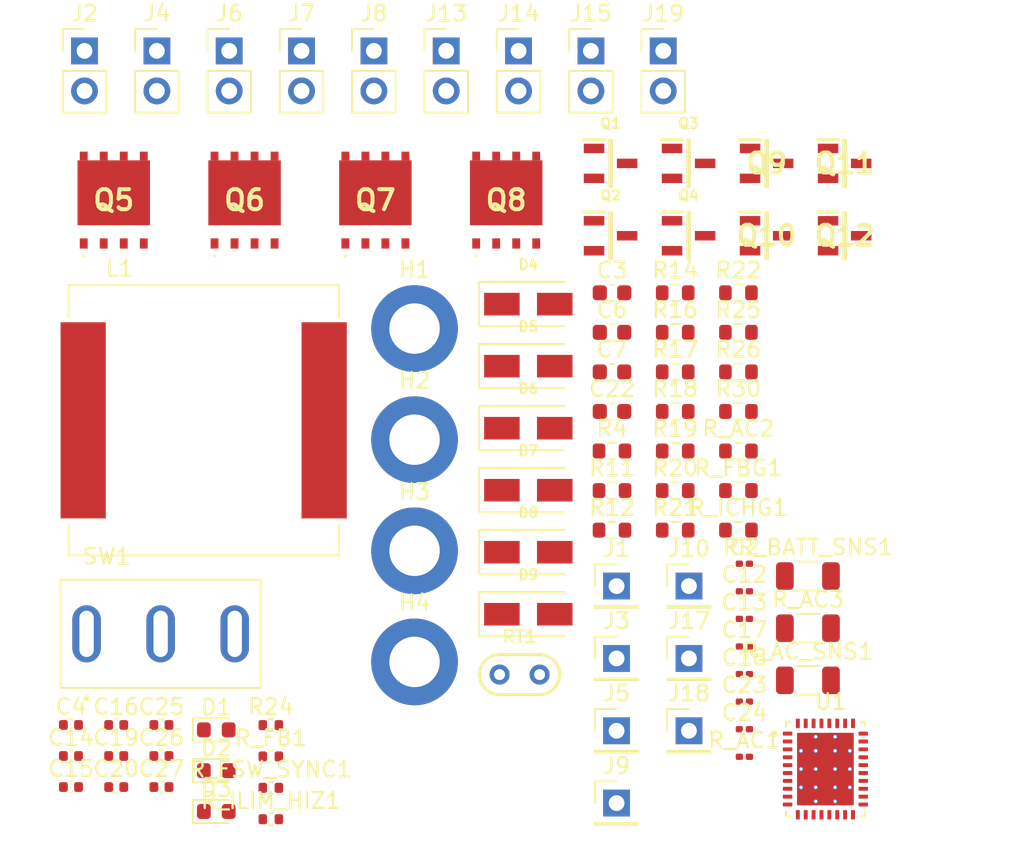
<source format=kicad_pcb>
(kicad_pcb (version 20241229) (generator "pcbnew") (generator_version "9.0")
  (layers (0 "F.Cu" signal) (2 "B.Cu" signal) (13 "F.Paste" user) (15 "B.Paste" user) (5 "F.SilkS" user "F.Silkscreen") (7 "B.SilkS" user "B.Silkscreen") (1 "F.Mask" user) (3 "B.Mask" user) (25 "Edge.Cuts" user))
  (net 0 "")
  (net 1 "GND")
  (net 2 "VAC")
  (net 3 "/DRV_SUP")
  (net 4 "Net-(C6-Pad1)")
  (net 5 "Net-(Q5-D_1)")
  (net 6 "/SRP")
  (net 7 "/SRN")
  (net 8 "Net-(Q11-DRAIN)")
  (net 9 "/BTST_1")
  (net 10 "/SW1")
  (net 11 "/SW2")
  (net 12 "/BTST_2")
  (net 13 "Net-(Q6-D_1)")
  (net 14 "/ACP")
  (net 15 "/ACN")
  (net 16 "Net-(D1-A)")
  (net 17 "/PG")
  (net 18 "Net-(D2-K)")
  (net 19 "Net-(D2-A)")
  (net 20 "/STAT_2")
  (net 21 "Net-(D3-A)")
  (net 22 "Net-(D6-A)")
  (net 23 "Net-(D9-A)")
  (net 24 "Net-(J4-Pin_1)")
  (net 25 "/TS")
  (net 26 "Net-(J6-Pin_2)")
  (net 27 "Net-(J7-Pin_2)")
  (net 28 "Net-(J8-Pin_1)")
  (net 29 "Net-(J19-Pin_1)")
  (net 30 "/CE")
  (net 31 "/INT")
  (net 32 "Net-(J14-Pin_2)")
  (net 33 "/STAT_1")
  (net 34 "/SCL")
  (net 35 "/SDA")
  (net 36 "Net-(Q1-SOURCE)")
  (net 37 "Net-(D6-K)")
  (net 38 "/EN")
  (net 39 "Net-(J5-Pin_2)")
  (net 40 "Net-(Q4-SOURCE)")
  (net 41 "/HIDRV_1")
  (net 42 "/HIDRV_2")
  (net 43 "/LODRV_1")
  (net 44 "/LODRV_2")
  (net 45 "Net-(Q10-SOURCE)")
  (net 46 "PGND")
  (net 47 "/ACUV")
  (net 48 "/ACOV")
  (net 49 "/FB")
  (net 50 "/FBG")
  (net 51 "Net-(U1-FSW_SYNC)")
  (net 52 "Net-(U1-ICHG)")
  (net 53 "Net-(U1-ILIM_HIZ)")
  (net 54 "Net-(D7-K)")
  (footprint "Resistor_SMD:R_0402_1005Metric" (layer "F.Cu") (at 136.41 96.96)
    (property "Reference" "R24" (at 0 -1.17 0) (layer "F.SilkS"))
    (property "Value" "30.1k")
    (pad "1" smd roundrect (at -0.51 0) (size 0.54 0.64) (layers "F.Cu" "F.Mask" "F.Paste") (net 1 "GND"))
    (pad "2" smd roundrect (at 0.51 0) (size 0.54 0.64) (layers "F.Cu" "F.Mask" "F.Paste") (net 25 "/TS"))
  )
  (footprint "bmsfootprints:AON6482" (layer "F.Cu") (at 134.745 63.645)
    (property "Reference" "Q6" (at 0 0.005 0) (layer "F.SilkS") (effects (font (size 1.27 1.27) (thickness 0.254))))
    (property "Value" "AONS66614" (hide yes))
    (pad "1" smd rect (at -1.905 2.755) (size 0.5 0.65) (layers "F.Cu" "F.Mask" "F.Paste") (net 11 "/SW2"))
    (pad "2" smd rect (at -0.635 2.755) (size 0.5 0.65) (layers "F.Cu" "F.Mask" "F.Paste") (net 11 "/SW2"))
    (pad "3" smd rect (at 0.635 2.755) (size 0.5 0.65) (layers "F.Cu" "F.Mask" "F.Paste") (net 11 "/SW2"))
    (pad "4" smd rect (at 1.905 2.755) (size 0.5 0.65) (layers "F.Cu" "F.Mask" "F.Paste") (net 42 "/HIDRV_2"))
    (pad "5" smd rect (at 1.905 -2.795) (size 0.5 0.55) (layers "F.Cu" "F.Mask" "F.Paste") (net 13 "Net-(Q6-D_1)"))
    (pad "6" smd rect (at 0.635 -2.795) (size 0.5 0.55) (layers "F.Cu" "F.Mask" "F.Paste") (net 13 "Net-(Q6-D_1)"))
    (pad "7" smd rect (at -0.635 -2.795) (size 0.5 0.55) (layers "F.Cu" "F.Mask" "F.Paste") (net 13 "Net-(Q6-D_1)"))
    (pad "8" smd rect (at -1.905 -2.795) (size 0.5 0.55) (layers "F.Cu" "F.Mask" "F.Paste") (net 13 "Net-(Q6-D_1)"))
    (pad "9" smd rect (at 0 -0.46 90) (size 4.12 4.6) (layers "F.Cu" "F.Mask" "F.Paste"))
  )
  (footprint "Capacitor_SMD:C_0402_1005Metric" (layer "F.Cu") (at 129.47 100.89)
    (property "Reference" "C27" (at 0 -1.16 0) (layer "F.SilkS"))
    (property "Value" "100n")
    (pad "1" smd roundrect (at -0.48 0) (size 0.56 0.62) (layers "F.Cu" "F.Mask" "F.Paste") (net 1 "GND"))
    (pad "2" smd roundrect (at 0.48 0) (size 0.56 0.62) (layers "F.Cu" "F.Mask" "F.Paste") (net 15 "/ACN"))
  )
  (footprint "Connector_PinHeader_2.54mm:PinHeader_1x02_P2.54mm_Vertical" (layer "F.Cu") (at 156.72 54.18)
    (property "Reference" "J15" (at 0 -2.38 0) (layer "F.SilkS"))
    (property "Value" "Conn-1x2")
    (pad "1" thru_hole rect (at 0 0) (size 1.7 1.7) (drill 1) (layers "*.Cu" "*.Mask") (net 33 "/STAT_1"))
    (pad "2" thru_hole circle (at 0 2.54) (size 1.7 1.7) (drill 1) (layers "*.Cu" "*.Mask") (net 18 "Net-(D2-K)"))
  )
  (footprint "MountingHole:MountingHole_3.2mm_M3_ISO14580_Pad" (layer "F.Cu") (at 145.53 92.95)
    (property "Reference" "H4" (at 0 -3.75 0) (layer "F.SilkS"))
    (property "Value" "MountingHole_Pad")
    (pad "1" thru_hole circle (at 0 0) (size 5.5 5.5) (drill 3.2) (layers "*.Cu" "*.Mask") (net 1 "GND"))
  )
  (footprint "Resistor_SMD:R_0603_1608Metric" (layer "F.Cu") (at 162.07 79.57)
    (property "Reference" "R19" (at 0 -1.43 0) (layer "F.SilkS"))
    (property "Value" "10k")
    (pad "1" smd roundrect (at -0.825 0) (size 0.8 0.95) (layers "F.Cu" "F.Mask" "F.Paste") (net 16 "Net-(D1-A)"))
    (pad "2" smd roundrect (at 0.825 0) (size 0.8 0.95) (layers "F.Cu" "F.Mask" "F.Paste") (net 24 "Net-(J4-Pin_1)"))
  )
  (footprint "Resistor_SMD:R_1206_3216Metric" (layer "F.Cu") (at 170.49 90.81)
    (property "Reference" "R_AC3" (at 0 -1.83 0) (layer "F.SilkS"))
    (property "Value" "53.25")
    (pad "1" smd roundrect (at -1.4625 0) (size 1.125 1.75) (layers "F.Cu" "F.Mask" "F.Paste") (roundrect_rratio 0.222222) (net 48 "/ACOV"))
    (pad "2" smd roundrect (at 1.4625 0) (size 1.125 1.75) (layers "F.Cu" "F.Mask" "F.Paste") (roundrect_rratio 0.222222) (net 1 "GND"))
  )
  (footprint "Connector_PinHeader_2.54mm:PinHeader_1x01_P2.54mm_Vertical" (layer "F.Cu") (at 162.94 92.73)
    (property "Reference" "J17" (at 0 -2.38 0) (layer "F.SilkS"))
    (property "Value" "SCL_MAS_01x01_Pin")
    (pad "1" thru_hole rect (at 0 0) (size 1.7 1.7) (drill 1) (layers "*.Cu" "*.Mask") (net 34 "/SCL"))
  )
  (footprint "bmsfootprints:DO-214AC" (layer "F.Cu") (at 152.7496 89.925)
    (property "Reference" "D9" (at 0 -2.505 0) (layer "F.SilkS") (effects (font (size 0.629921 0.629921))))
    (property "Value" "D")
    (pad "A" smd rect (at 1.6776 0) (size 2.2561 1.4315) (layers "F.Cu" "F.Mask" "F.Paste"))
    (pad "C" smd rect (at -1.6776 0) (size 2.2561 1.4315) (layers "F.Cu" "F.Mask" "F.Paste"))
  )
  (footprint "MountingHole:MountingHole_3.2mm_M3_ISO14580_Pad" (layer "F.Cu") (at 145.53 71.8)
    (property "Reference" "H1" (at 0 -3.75 0) (layer "F.SilkS"))
    (property "Value" "MountingHole_Pad")
    (pad "1" thru_hole circle (at 0 0) (size 5.5 5.5) (drill 3.2) (layers "*.Cu" "*.Mask") (net 1 "GND"))
  )
  (footprint "Capacitor_SMD:C_0201_0603Metric" (layer "F.Cu") (at 166.46 90.22)
    (property "Reference" "C13" (at 0 -1.05 0) (layer "F.SilkS"))
    (property "Value" "56u")
    (pad "1" smd roundrect (at -0.32 0) (size 0.46 0.4) (layers "F.Cu" "F.Mask") (net 2 "VAC"))
    (pad "2" smd roundrect (at 0.32 0) (size 0.46 0.4) (layers "F.Cu" "F.Mask") (net 1 "GND"))
  )
  (footprint "Connector_PinHeader_2.54mm:PinHeader_1x01_P2.54mm_Vertical" (layer "F.Cu") (at 158.35 92.73)
    (property "Reference" "J3" (at 0 -2.38 0) (layer "F.SilkS"))
    (property "Value" "BATT_TEST_01x01_Pin")
    (pad "1" thru_hole rect (at 0 0) (size 1.7 1.7) (drill 1) (layers "*.Cu" "*.Mask") (net 23 "Net-(D9-A)"))
  )
  (footprint "bmsfootprints:DO-214AC" (layer "F.Cu") (at 152.7496 82.055)
    (property "Reference" "D7" (at 0 -2.505 0) (layer "F.SilkS") (effects (font (size 0.629921 0.629921))))
    (property "Value" "D")
    (pad "A" smd rect (at 1.6776 0) (size 2.2561 1.4315) (layers "F.Cu" "F.Mask" "F.Paste"))
    (pad "C" smd rect (at -1.6776 0) (size 2.2561 1.4315) (layers "F.Cu" "F.Mask" "F.Paste"))
  )
  (footprint "Resistor_SMD:R_0402_1005Metric" (layer "F.Cu") (at 136.41 100.94)
    (property "Reference" "R_FSW_SYNC1" (at 0 -1.17 0) (layer "F.SilkS"))
    (property "Value" "40k")
    (pad "1" smd roundrect (at -0.51 0) (size 0.54 0.64) (layers "F.Cu" "F.Mask" "F.Paste") (net 1 "GND"))
    (pad "2" smd roundrect (at 0.51 0) (size 0.54 0.64) (layers "F.Cu" "F.Mask" "F.Paste") (net 51 "Net-(U1-FSW_SYNC)"))
  )
  (footprint "Resistor_SMD:R_0603_1608Metric" (layer "F.Cu") (at 162.07 74.55)
    (property "Reference" "R17" (at 0 -1.43 0) (layer "F.SilkS"))
    (property "Value" "10k")
    (pad "1" smd roundrect (at -0.825 0) (size 0.8 0.95) (layers "F.Cu" "F.Mask" "F.Paste") (net 35 "/SDA"))
    (pad "2" smd roundrect (at 0.825 0) (size 0.8 0.95) (layers "F.Cu" "F.Mask" "F.Paste") (net 24 "Net-(J4-Pin_1)"))
  )
  (footprint "Connector_PinHeader_2.54mm:PinHeader_1x02_P2.54mm_Vertical" (layer "F.Cu") (at 152.13 54.18)
    (property "Reference" "J14" (at 0 -2.38 0) (layer "F.SilkS"))
    (property "Value" "Conn-1x2")
    (pad "1" thru_hole rect (at 0 0) (size 1.7 1.7) (drill 1) (layers "*.Cu" "*.Mask") (net 31 "/INT"))
    (pad "2" thru_hole circle (at 0 2.54) (size 1.7 1.7) (drill 1) (layers "*.Cu" "*.Mask") (net 32 "Net-(J14-Pin_2)"))
  )
  (footprint "Connector_PinHeader_2.54mm:PinHeader_1x02_P2.54mm_Vertical" (layer "F.Cu") (at 133.77 54.18)
    (property "Reference" "J6" (at 0 -2.38 0) (layer "F.SilkS"))
    (property "Value" "Conn-1x2")
    (pad "1" thru_hole rect (at 0 0) (size 1.7 1.7) (drill 1) (layers "*.Cu" "*.Mask") (net 25 "/TS"))
    (pad "2" thru_hole circle (at 0 2.54) (size 1.7 1.7) (drill 1) (layers "*.Cu" "*.Mask") (net 26 "Net-(J6-Pin_2)"))
  )
  (footprint "MountingHole:MountingHole_3.2mm_M3_ISO14580_Pad" (layer "F.Cu") (at 145.53 85.9)
    (property "Reference" "H3" (at 0 -3.75 0) (layer "F.SilkS"))
    (property "Value" "MountingHole_Pad")
    (pad "1" thru_hole circle (at 0 0) (size 5.5 5.5) (drill 3.2) (layers "*.Cu" "*.Mask") (net 1 "GND"))
  )
  (footprint "bmsfootprints:SOT95P237X102-3N" (layer "F.Cu") (at 167.87 65.91)
    (property "Reference" "Q10" (at 0 0 0) (layer "F.SilkS") (effects (font (size 1.27 1.27) (thickness 0.254))))
    (property "Value" "SI2318DS-T1-E3" (hide yes))
    (pad "1" smd rect (at -1.05 -0.95 90) (size 0.6 1.3) (layers "F.Cu" "F.Mask" "F.Paste") (net 38 "/EN"))
    (pad "2" smd rect (at -1.05 0.95 90) (size 0.6 1.3) (layers "F.Cu" "F.Mask" "F.Paste") (net 45 "Net-(Q10-SOURCE)"))
    (pad "3" smd rect (at 1.05 0 90) (size 0.6 1.3) (layers "F.Cu" "F.Mask" "F.Paste") (net 29 "Net-(J19-Pin_1)"))
  )
  (footprint "Resistor_SMD:R_0603_1608Metric" (layer "F.Cu") (at 166.08 82.08)
    (property "Reference" "R_FBG1" (at 0 -1.43 0) (layer "F.SilkS"))
    (property "Value" "16.67k")
    (pad "1" smd roundrect (at -0.825 0) (size 0.8 0.95) (layers "F.Cu" "F.Mask" "F.Paste") (net 49 "/FB"))
    (pad "2" smd roundrect (at 0.825 0) (size 0.8 0.95) (layers "F.Cu" "F.Mask" "F.Paste") (net 50 "/FBG"))
  )
  (footprint "Resistor_SMD:R_1206_3216Metric" (layer "F.Cu") (at 170.49 94.12)
    (property "Reference" "R_AC_SNS1" (at 0 -1.83 0) (layer "F.SilkS"))
    (property "Value" "5m")
    (pad "1" smd roundrect (at -1.4625 0) (size 1.125 1.75) (layers "F.Cu" "F.Mask" "F.Paste") (roundrect_rratio 0.222222) (net 5 "Net-(Q5-D_1)"))
    (pad "2" smd roundrect (at 1.4625 0) (size 1.125 1.75) (layers "F.Cu" "F.Mask" "F.Paste") (roundrect_rratio 0.222222) (net 2 "VAC"))
  )
  (footprint "bmsfootprints:SI2318DS-T1-E3" (layer "F.Cu") (at 157.97 65.91)
    (property "Reference" "Q2" (at 0 -2.54 0) (layer "F.SilkS") (effects (font (size 0.64 0.64))))
    (property "Value" "SI2318DS-T1-E3")
    (pad "1" smd rect (at -1.05 -0.95) (size 1.3 0.6) (layers "F.Cu" "F.Mask" "F.Paste") (net 38 "/EN"))
    (pad "2" smd rect (at -1.05 0.95) (size 1.3 0.6) (layers "F.Cu" "F.Mask" "F.Paste") (net 2 "VAC"))
    (pad "3" smd rect (at 1.05 0) (size 1.3 0.6) (layers "F.Cu" "F.Mask" "F.Paste") (net 36 "Net-(Q1-SOURCE)"))
  )
  (footprint "Resistor_SMD:R_0603_1608Metric" (layer "F.Cu") (at 166.08 84.59)
    (property "Reference" "R_ICHG1" (at 0 -1.43 0) (layer "F.SilkS"))
    (property "Value" "16.67k")
    (pad "1" smd roundrect (at -0.825 0) (size 0.8 0.95) (layers "F.Cu" "F.Mask" "F.Paste") (net 1 "GND"))
    (pad "2" smd roundrect (at 0.825 0) (size 0.8 0.95) (layers "F.Cu" "F.Mask" "F.Paste") (net 52 "Net-(U1-ICHG)"))
  )
  (footprint "Resistor_SMD:R_0603_1608Metric" (layer "F.Cu") (at 166.08 69.53)
    (property "Reference" "R22" (at 0 -1.43 0) (layer "F.SilkS"))
    (property "Value" "10k")
    (pad "1" smd roundrect (at -0.825 0) (size 0.8 0.95) (layers "F.Cu" "F.Mask" "F.Paste") (net 21 "Net-(D3-A)"))
    (pad "2" smd roundrect (at 0.825 0) (size 0.8 0.95) (layers "F.Cu" "F.Mask" "F.Paste") (net 24 "Net-(J4-Pin_1)"))
  )
  (footprint "LED_SMD:LED_0603_1608Metric" (layer "F.Cu") (at 132.95 97.26)
    (property "Reference" "D1" (at 0 -1.43 0) (layer "F.SilkS"))
    (property "Value" "GREEN")
    (pad "1" smd roundrect (at -0.7875 0) (size 0.875 0.95) (layers "F.Cu" "F.Mask" "F.Paste") (net 17 "/PG"))
    (pad "2" smd roundrect (at 0.7875 0) (size 0.875 0.95) (layers "F.Cu" "F.Mask" "F.Paste") (net 16 "Net-(D1-A)"))
  )
  (footprint "Resistor_SMD:R_0201_0603Metric" (layer "F.Cu") (at 166.46 98.97)
    (property "Reference" "R_AC1" (at 0 -1.05 0) (layer "F.SilkS"))
    (property "Value" "1M")
    (pad "1" smd roundrect (at -0.32 0) (size 0.46 0.4) (layers "F.Cu" "F.Mask") (net 2 "VAC"))
    (pad "2" smd roundrect (at 0.32 0) (size 0.46 0.4) (layers "F.Cu" "F.Mask") (net 47 "/ACUV"))
  )
  (footprint "Capacitor_SMD:C_0201_0603Metric" (layer "F.Cu") (at 166.46 93.72)
    (property "Reference" "C18" (at 0 -1.05 0) (layer "F.SilkS"))
    (property "Value" "56u")
    (pad "1" smd roundrect (at -0.32 0) (size 0.46 0.4) (layers "F.Cu" "F.Mask") (net 8 "Net-(Q11-DRAIN)"))
    (pad "2" smd roundrect (at 0.32 0) (size 0.46 0.4) (layers "F.Cu" "F.Mask") (net 1 "GND"))
  )
  (footprint "Resistor_SMD:R_0402_1005Metric" (layer "F.Cu") (at 136.41 102.93)
    (property "Reference" "R_ILIM_HIZ1" (at 0 -1.17 0) (layer "F.SilkS"))
    (property "Value" "25k")
    (pad "1" smd roundrect (at -0.51 0) (size 0.54 0.64) (layers "F.Cu" "F.Mask" "F.Paste") (net 1 "GND"))
    (pad "2" smd roundrect (at 0.51 0) (size 0.54 0.64) (layers "F.Cu" "F.Mask" "F.Paste") (net 53 "Net-(U1-ILIM_HIZ)"))
  )
  (footprint "Connector_PinHeader_2.54mm:PinHeader_1x01_P2.54mm_Vertical" (layer "F.Cu") (at 158.35 101.91)
    (property "Reference" "J9" (at 0 -2.38 0) (layer "F.SilkS"))
    (property "Value" "SYS_TEST_01x01_Pin")
    (pad "1" thru_hole rect (at 0 0) (size 1.7 1.7) (drill 1) (layers "*.Cu" "*.Mask") (net 29 "Net-(J19-Pin_1)"))
  )
  (footprint "Resistor_SMD:R_0603_1608Metric" (layer "F.Cu") (at 166.08 72.04)
    (property "Reference" "R25" (at 0 -1.43 0) (layer "F.SilkS"))
    (property "Value" "5.23k")
    (pad "1" smd roundrect (at -0.825 0) (size 0.8 0.95) (layers "F.Cu" "F.Mask" "F.Paste") (net 25 "/TS"))
    (pad "2" smd roundrect (at 0.825 0) (size 0.8 0.95) (layers "F.Cu" "F.Mask" "F.Paste") (net 27 "Net-(J7-Pin_2)"))
  )
  (footprint "bmsfootprints:SI2318DS-T1-E3" (layer "F.Cu") (at 157.97 61.32)
    (property "Reference" "Q1" (at 0 -2.54 0) (layer "F.SilkS") (effects (font (size 0.64 0.64))))
    (property "Value" "SI2318DS-T1-E3")
    (pad "1" smd rect (at -1.05 -0.95) (size 1.3 0.6) (layers "F.Cu" "F.Mask" "F.Paste") (net 38 "/EN"))
    (pad "2" smd rect (at -1.05 0.95) (size 1.3 0.6) (layers "F.Cu" "F.Mask" "F.Paste") (net 36 "Net-(Q1-SOURCE)"))
    (pad "3" smd rect (at 1.05 0) (size 1.3 0.6) (layers "F.Cu" "F.Mask" "F.Paste") (net 37 "Net-(D6-K)"))
  )
  (footprint "Resistor_SMD:R_0603_1608Metric" (layer "F.Cu") (at 166.08 77.06)
    (property "Reference" "R30" (at 0 -1.43 0) (layer "F.SilkS"))
    (property "Value" "10")
    (pad "1" smd roundrect (at -0.825 0) (size 0.8 0.95) (layers "F.Cu" "F.Mask" "F.Paste") (net 5 "Net-(Q5-D_1)"))
    (pad "2" smd roundrect (at 0.825 0) (size 0.8 0.95) (layers "F.Cu" "F.Mask" "F.Paste") (net 15 "/ACN"))
  )
  (footprint "Capacitor_SMD:C_0402_1005Metric" (layer "F.Cu") (at 123.73 100.89)
    (property "Reference" "C15" (at 0 -1.16 0) (layer "F.SilkS"))
    (property "Value" "470n")
    (pad "1" smd roundrect (at -0.48 0) (size 0.56 0.62) (layers "F.Cu" "F.Mask" "F.Paste") (net 6 "/SRP"))
    (pad "2" smd roundrect (at 0.48 0) (size 0.56 0.62) (layers "F.Cu" "F.Mask" "F.Paste") (net 7 "/SRN"))
  )
  (footprint "Capacitor_SMD:C_0402_1005Metric" (layer "F.Cu") (at 123.73 98.92)
    (property "Reference" "C14" (at 0 -1.16 0) (layer "F.SilkS"))
    (property "Value" "100n")
    (pad "1" smd roundrect (at -0.48 0) (size 0.56 0.62) (layers "F.Cu" "F.Mask" "F.Paste") (net 1 "GND"))
    (pad "2" smd roundrect (at 0.48 0) (size 0.56 0.62) (layers "F.Cu" "F.Mask" "F.Paste") (net 6 "/SRP"))
  )
  (footprint "Connector_PinHeader_2.54mm:PinHeader_1x02_P2.54mm_Vertical" (layer "F.Cu") (at 124.59 54.18)
    (property "Reference" "J2" (at 0 -2.38 0) (layer "F.SilkS"))
    (property "Value" "SP_01x02_Pin")
    (pad "1" thru_hole rect (at 0 0) (size 1.7 1.7) (drill 1) (layers "*.Cu" "*.Mask") (net 22 "Net-(D6-A)"))
    (pad "2" thru_hole circle (at 0 2.54) (size 1.7 1.7) (drill 1) (layers "*.Cu" "*.Mask") (net 1 "GND"))
  )
  (footprint "Connector_PinHeader_2.54mm:PinHeader_1x01_P2.54mm_Vertical" (layer "F.Cu") (at 162.94 97.32)
    (property "Reference" "J18" (at 0 -2.38 0) (layer "F.SilkS"))
    (property "Value" "SDA_MAS_01x01_Pin")
    (pad "1" thru_hole rect (at 0 0) (size 1.7 1.7) (drill 1) (layers "*.Cu" "*.Mask") (net 35 "/SDA"))
  )
  (footprint "bmsfootprints:SI2318DS-T1-E3" (layer "F.Cu") (at 162.92 65.91)
    (property "Reference" "Q4" (at 0 -2.54 0) (layer "F.SilkS") (effects (font (size 0.64 0.64))))
    (property "Value" "SI2318DS-T1-E3")
    (pad "1" smd rect (at -1.05 -0.95) (size 1.3 0.6) (layers "F.Cu" "F.Mask" "F.Paste") (net 38 "/EN"))
    (pad "2" smd rect (at -1.05 0.95) (size 1.3 0.6) (layers "F.Cu" "F.Mask" "F.Paste") (net 40 "Net-(Q4-SOURCE)"))
    (pad "3" smd rect (at 1.05 0) (size 1.3 0.6) (layers "F.Cu" "F.Mask" "F.Paste") (net 39 "Net-(J5-Pin_2)"))
  )
  (footprint "Connector_PinHeader_2.54mm:PinHeader_1x01_P2.54mm_Vertical" (layer "F.Cu") (at 158.35 88.14)
    (property "Reference" "J1" (at 0 -2.38 0) (layer "F.SilkS"))
    (property "Value" "GND_TEST_01x01_Pin")
    (pad "1" thru_hole rect (at 0 0) (size 1.7 1.7) (drill 1) (layers "*.Cu" "*.Mask") (net 1 "GND"))
  )
  (footprint "bmsfootprints:AON6482" (layer "F.Cu") (at 151.345 63.645)
    (property "Reference" "Q8" (at 0 0.005 0) (layer "F.SilkS") (effects (font (size 1.27 1.27) (thickness 0.254))))
    (property "Value" "AONS66614" (hide yes))
    (pad "1" smd rect (at -1.905 2.755) (size 0.5 0.65) (layers "F.Cu" "F.Mask" "F.Paste") (net 1 "GND"))
    (pad "2" smd rect (at -0.635 2.755) (size 0.5 0.65) (layers "F.Cu" "F.Mask" "F.Paste") (net 1 "GND"))
    (pad "3" smd rect (at 0.635 2.755) (size 0.5 0.65) (layers "F.Cu" "F.Mask" "F.Paste") (net 1 "GND"))
    (pad "4" smd rect (at 1.905 2.755) (size 0.5 0.65) (layers "F.Cu" "F.Mask" "F.Paste") (net 44 "/LODRV_2"))
    (pad "5" smd rect (at 1.905 -2.795) (size 0.5 0.55) (layers "F.Cu" "F.Mask" "F.Paste") (net 11 "/SW2"))
    (pad "6" smd rect (at 0.635 -2.795) (size 0.5 0.55) (layers "F.Cu" "F.Mask" "F.Paste") (net 11 "/SW2"))
    (pad "7" smd rect (at -0.635 -2.795) (size 0.5 0.55) (layers "F.Cu" "F.Mask" "F.Paste") (net 11 "/SW2"))
    (pad "8" smd rect (at -1.905 -2.795) (size 0.5 0.55) (layers "F.Cu" "F.Mask" "F.Paste") (net 11 "/SW2"))
    (pad "9" smd rect (at 0 -0.46 90) (size 4.12 4.6) (layers "F.Cu" "F.Mask" "F.Paste"))
  )
  (footprint "Capacitor_SMD:C_0201_0603Metric" (layer "F.Cu") (at 166.46 88.47)
    (property "Reference" "C12" (at 0 -1.05 0) (layer "F.SilkS"))
    (property "Value" "56u")
    (pad "1" smd roundrect (at -0.32 0) (size 0.46 0.4) (layers "F.Cu" "F.Mask") (net 5 "Net-(Q5-D_1)"))
    (pad "2" smd roundrect (at 0.32 0) (size 0.46 0.4) (layers "F.Cu" "F.Mask") (net 1 "GND"))
  )
  (footprint "bmsfootprints:AON6482" (layer "F.Cu") (at 143.045 63.645)
    (property "Reference" "Q7" (at 0 0.005 0) (layer "F.SilkS") (effects (font (size 1.27 1.27) (thickness 0.254))))
    (property "Value" "AONS66614" (hide yes))
    (pad "1" smd rect (at -1.905 2.755) (size 0.5 0.65) (layers "F.Cu" "F.Mask" "F.Paste") (net 43 "/LODRV_1"))
    (pad "2" smd rect (at -0.635 2.755) (size 0.5 0.65) (layers "F.Cu" "F.Mask" "F.Paste") (net 1 "GND"))
    (pad "3" smd rect (at 0.635 2.755) (size 0.5 0.65) (layers "F.Cu" "F.Mask" "F.Paste") (net 1 "GND"))
    (pad "4" smd rect (at 1.905 2.755) (size 0.5 0.65) (layers "F.Cu" "F.Mask" "F.Paste") (net 1 "GND"))
    (pad "5" smd rect (at 1.905 -2.795) (size 0.5 0.55) (layers "F.Cu" "F.Mask" "F.Paste") (net 10 "/SW1"))
    (pad "6" smd rect (at 0.635 -2.795) (size 0.5 0.55) (layers "F.Cu" "F.Mask" "F.Paste") (net 10 "/SW1"))
    (pad "7" smd rect (at -0.635 -2.795) (size 0.5 0.55) (layers "F.Cu" "F.Mask" "F.Paste") (net 10 "/SW1"))
    (pad "8" smd rect (at -1.905 -2.795) (size 0.5 0.55) (layers "F.Cu" "F.Mask" "F.Paste") (net 10 "/SW1"))
    (pad "9" smd rect (at 0 -0.46 90) (size 4.12 4.6) (layers "F.Cu" "F.Mask" "F.Paste"))
  )
  (footprint "Resistor_SMD:R_0603_1608Metric" (layer "F.Cu") (at 162.07 84.59)
    (property "Reference" "R21" (at 0 -1.43 0) (layer "F.SilkS"))
    (property "Value" "10k")
    (pad "1" smd roundrect (at -0.825 0) (size 0.8 0.95) (layers "F.Cu" "F.Mask" "F.Paste") (net 19 "Net-(D2-A)"))
    (pad "2" smd roundrect (at 0.825 0) (size 0.8 0.95) (layers "F.Cu" "F.Mask" "F.Paste") (net 24 "Net-(J4-Pin_1)"))
  )
  (footprint "MountingHole:MountingHole_3.2mm_M3_ISO14580_Pad" (layer "F.Cu") (at 145.53 78.85)
    (property "Reference" "H2" (at 0 -3.75 0) (layer "F.SilkS"))
    (property "Value" "MountingHole_Pad")
    (pad "1" thru_hole circle (at 0 0) (size 5.5 5.5) (drill 3.2) (layers "*.Cu" "*.Mask") (net 1 "GND"))
  )
  (footprint "Capacitor_SMD:C_0603_1608Metric" (layer "F.Cu") (at 158.06 69.53)
    (property "Reference" "C3" (at 0 -1.43 0) (layer "F.SilkS"))
    (property "Value" "4.7u")
    (pad "1" smd roundrect (at -0.775 0) (size 0.9 0.95) (layers "F.Cu" "F.Mask" "F.Paste") (net 3 "/DRV_SUP"))
    (pad "2" smd roundrect (at 0.775 0) (size 0.9 0.95) (layers "F.Cu" "F.Mask" "F.Paste") (net 1 "GND"))
  )
  (footprint "Connector_PinHeader_2.54mm:PinHeader_1x02_P2.54mm_Vertical" (layer "F.Cu") (at 161.31 54.18)
    (property "Reference" "J19" (at 0 -2.38 0) (layer "F.SilkS"))
    (property "Value" "SYS-1x2")
    (pad "1" thru_hole rect (at 0 0) (size 1.7 1.7) (drill 1) (layers "*.Cu" "*.Mask") (net 29 "Net-(J19-Pin_1)"))
    (pad "2" thru_hole circle (at 0 2.54) (size 1.7 1.7) (drill 1) (layers "*.Cu" "*.Mask") (net 1 "GND"))
  )
  (footprint "Connector_PinHeader_2.54mm:PinHeader_1x02_P2.54mm_Vertical" (layer "F.Cu") (at 129.18 54.18)
    (property "Reference" "J4" (at 0 -2.38 0) (layer "F.SilkS"))
    (property "Value" "3.3V_PULLUP_01x02_Pin")
    (pad "1" thru_hole rect (at 0 0) (size 1.7 1.7) (drill 1) (layers "*.Cu" "*.Mask") (net 24 "Net-(J4-Pin_1)"))
    (pad "2" thru_hole circle (at 0 2.54) (size 1.7 1.7) (drill 1) (layers "*.Cu" "*.Mask") (net 1 "GND"))
  )
  (footprint "Capacitor_SMD:C_0603_1608Metric" (layer "F.Cu") (at 158.06 74.55)
    (property "Reference" "C7" (at 0 -1.43 0) (layer "F.SilkS"))
    (property "Value" "4.7u")
    (pad "1" smd roundrect (at -0.775 0) (size 0.9 0.95) (layers "F.Cu" "F.Mask" "F.Paste") (net 2 "VAC"))
    (pad "2" smd roundrect (at 0.775 0) (size 0.9 0.95) (layers "F.Cu" "F.Mask" "F.Paste") (net 1 "GND"))
  )
  (footprint "Capacitor_SMD:C_0603_1608Metric" (layer "F.Cu") (at 158.06 72.04)
    (property "Reference" "C6" (at 0 -1.43 0) (layer "F.SilkS"))
    (property "Value" "47u")
    (pad "1" smd roundrect (at -0.775 0) (size 0.9 0.95) (layers "F.Cu" "F.Mask" "F.Paste") (net 4 "Net-(C6-Pad1)"))
    (pad "2" smd roundrect (at 0.775 0) (size 0.9 0.95) (layers "F.Cu" "F.Mask" "F.Paste") (net 1 "GND"))
  )
  (footprint "bmsfootprints:SI2318DS-T1-E3" (layer "F.Cu") (at 162.92 61.32)
    (property "Reference" "Q3" (at 0 -2.54 0) (layer "F.SilkS") (effects (font (size 0.64 0.64))))
    (property "Value" "SI2318DS-T1-E3")
    (pad "1" smd rect (at -1.05 -0.95) (size 1.3 0.6) (layers "F.Cu" "F.Mask" "F.Paste") (net 38 "/EN"))
    (pad "2" smd rect (at -1.05 0.95) (size 1.3 0.6) (layers "F.Cu" "F.Mask" "F.Paste") (net 8 "Net-(Q11-DRAIN)"))
    (pad "3" smd rect (at 1.05 0) (size 1.3 0.6) (layers "F.Cu" "F.Mask" "F.Paste") (net 23 "Net-(D9-A)"))
  )
  (footprint "Connector_PinHeader_2.54mm:PinHeader_1x01_P2.54mm_Vertical" (layer "F.Cu") (at 162.94 88.14)
    (property "Reference" "J10" (at 0 -2.38 0) (layer "F.SilkS"))
    (property "Value" "SOL_TEST_01x01_Pin")
    (pad "1" thru_hole rect (at 0 0) (size 1.7 1.7) (drill 1) (layers "*.Cu" "*.Mask") (net 22 "Net-(D6-A)"))
  )
  (footprint "Connector_PinHeader_2.54mm:PinHeader_1x02_P2.54mm_Vertical" (layer "F.Cu") (at 138.36 54.18)
    (property "Reference" "J7" (at 0 -2.38 0) (layer "F.SilkS"))
    (property "Value" "Conn-1x2")
    (pad "1" thru_hole rect (at 0 0) (size 1.7 1.7) (drill 1) (layers "*.Cu" "*.Mask") (net 3 "/DRV_SUP"))
    (pad "2" thru_hole circle (at 0 2.54) (size 1.7 1.7) (drill 1) (layers "*.Cu" "*.Mask") (net 27 "Net-(J7-Pin_2)"))
  )
  (footprint "Capacitor_SMD:C_0201_0603Metric" (layer "F.Cu") (at 166.46 91.97)
    (property "Reference" "C17" (at 0 -1.05 0) (layer "F.SilkS"))
    (property "Value" "56u")
    (pad "1" smd roundrect (at -0.32 0) (size 0.46 0.4) (layers "F.Cu" "F.Mask") (net 8 "Net-(Q11-DRAIN)"))
    (pad "2" smd roundrect (at 0.32 0) (size 0.46 0.4) (layers "F.Cu" "F.Mask") (net 1 "GND"))
  )
  (footprint "Resistor_SMD:R_0603_1608Metric" (layer "F.Cu") (at 162.07 82.08)
    (property "Reference" "R20" (at 0 -1.43 0) (layer "F.SilkS"))
    (property "Value" "10k")
    (pad "1" smd roundrect (at -0.825 0) (size 0.8 0.95) (layers "F.Cu" "F.Mask" "F.Paste") (net 32 "Net-(J14-Pin_2)"))
    (pad "2" smd roundrect (at 0.825 0) (size 0.8 0.95) (layers "F.Cu" "F.Mask" "F.Paste") (net 24 "Net-(J4-Pin_1)"))
  )
  (footprint "Capacitor_SMD:C_0201_0603Metric" (layer "F.Cu") (at 166.46 95.47)
    (property "Reference" "C23" (at 0 -1.05 0) (layer "F.SilkS"))
    (property "Value" "1u")
    (pad "1" smd roundrect (at -0.32 0) (size 0.46 0.4) (layers "F.Cu" "F.Mask") (net 2 "VAC"))
    (pad "2" smd roundrect (at 0.32 0) (size 0.46 0.4) (layers "F.Cu" "F.Mask") (net 1 "GND"))
  )
  (footprint "bmsfootprints:IC_BQ25756ERRVR" (layer "F.Cu") (at 171.6 99.75)
    (property "Reference" "U1" (at 0.34 -4.27 0) (layer "F.SilkS"))
    (property "Value" "BQ25756ERRVR")
    (pad "1" smd roundrect (at -2.4 -2.25) (size 0.6 0.25) (layers "F.Cu" "F.Paste") (roundrect_rratio 0.2) (net 34 "/SCL"))
    (pad "2" smd roundrect (at -2.4 -1.75) (size 0.6 0.25) (layers "F.Cu" "F.Paste") (roundrect_rratio 0.2) (net 35 "/SDA"))
    (pad "3" smd roundrect (at -2.4 -1.25) (size 0.6 0.25) (layers "F.Cu" "F.Paste") (roundrect_rratio 0.2) (net 31 "/INT"))
    (pad "4" smd roundrect (at -2.4 -0.75) (size 0.6 0.25) (layers "F.Cu" "F.Paste") (roundrect_rratio 0.2) (net 33 "/STAT_1"))
    (pad "5" smd roundrect (at -2.4 -0.25) (size 0.6 0.25) (layers "F.Cu" "F.Paste") (roundrect_rratio 0.2) (net 20 "/STAT_2"))
    (pad "6" smd roundrect (at -2.4 0.25) (size 0.6 0.25) (layers "F.Cu" "F.Paste") (roundrect_rratio 0.2) (net 17 "/PG"))
    (pad "7" smd roundrect (at -2.4 0.75) (size 0.6 0.25) (layers "F.Cu" "F.Paste") (roundrect_rratio 0.2) (net 30 "/CE"))
    (pad "8" smd roundrect (at -2.4 1.25) (size 0.6 0.25) (layers "F.Cu" "F.Paste") (roundrect_rratio 0.2) (net 25 "/TS"))
    (pad "9" smd roundrect (at -2.4 1.75) (size 0.6 0.25) (layers "F.Cu" "F.Paste") (roundrect_rratio 0.2) (net 52 "Net-(U1-ICHG)"))
    (pad "10" smd roundrect (at -2.4 2.25) (size 0.6 0.25) (layers "F.Cu" "F.Paste") (roundrect_rratio 0.2) (net 53 "Net-(U1-ILIM_HIZ)"))
    (pad "11" smd roundrect (at -1.75 2.9) (size 0.25 0.6) (layers "F.Cu" "F.Paste") (roundrect_rratio 0.2) (net 50 "/FBG"))
    (pad "12" smd roundrect (at -1.25 2.9) (size 0.25 0.6) (layers "F.Cu" "F.Paste") (roundrect_rratio 0.2) (net 49 "/FB"))
    (pad "13" smd roundrect (at -0.75 2.9) (size 0.25 0.6) (layers "F.Cu" "F.Paste") (roundrect_rratio 0.2) (net 7 "/SRN"))
    (pad "14" smd roundrect (at -0.25 2.9) (size 0.25 0.6) (layers "F.Cu" "F.Paste") (roundrect_rratio 0.2) (net 6 "/SRP"))
    (pad "15" smd roundrect (at 0.25 2.9) (size 0.25 0.6) (layers "F.Cu" "F.Paste") (roundrect_rratio 0.2))
    (pad "16" smd roundrect (at 0.75 2.9) (size 0.25 0.6) (layers "F.Cu" "F.Paste") (roundrect_rratio 0.2))
    (pad "17" smd roundrect (at 1.25 2.9) (size 0.25 0.6) (layers "F.Cu" "F.Paste") (roundrect_rratio 0.2) (net 46 "PGND"))
    (pad "18" smd roundrect (at 1.75 2.9) (size 0.25 0.6) (layers "F.Cu" "F.Paste") (roundrect_rratio 0.2) (net 11 "/SW2"))
    (pad "19" smd roundrect (at 2.4 2.25) (size 0.6 0.25) (layers "F.Cu" "F.Paste") (roundrect_rratio 0.2) (net 42 "/HIDRV_2"))
    (pad "20" smd roundrect (at 2.4 1.75) (size 0.6 0.25) (layers "F.Cu" "F.Paste") (roundrect_rratio 0.2) (net 12 "/BTST_2"))
    (pad "21" smd roundrect (at 2.4 1.25) (size 0.6 0.25) (layers "F.Cu" "F.Paste") (roundrect_rratio 0.2) (net 44 "/LODRV_2"))
    (pad "22" smd roundrect (at 2.4 0.75) (size 0.6 0.25) (layers "F.Cu" "F.Paste") (roundrect_rratio 0.2) (net 46 "PGND"))
    (pad "23" smd roundrect (at 2.4 0.25) (size 0.6 0.25) (layers "F.Cu" "F.Paste") (roundrect_rratio 0.2) (net 3 "/DRV_SUP"))
    (pad "24" smd roundrect (at 2.4 -0.25) (size 0.6 0.25) (layers "F.Cu" "F.Paste") (roundrect_rratio 0.2) (net 3 "/DRV_SUP"))
    (pad "25" smd roundrect (at 2.4 -0.75) (size 0.6 0.25) (layers "F.Cu" "F.Paste") (roundrect_rratio 0.2) (net 43 "/LODRV_1"))
    (pad "26" smd roundrect (at 2.4 -1.25) (size 0.6 0.25) (layers "F.Cu" "F.Paste") (roundrect_rratio 0.2) (net 9 "/BTST_1"))
    (pad "27" smd roundrect (at 2.4 -1.75) (size 0.6 0.25) (layers "F.Cu" "F.Paste") (roundrect_rratio 0.2) (net 41 "/HIDRV_1"))
    (pad "28" smd roundrect (at 2.4 -2.25) (size 0.6 0.25) (layers "F.Cu" "F.Paste") (roundrect_rratio 0.2) (net 10 "/SW1"))
    (pad "29" smd roundrect (at 1.75 -2.9) (size 0.25 0.6) (layers "F.Cu" "F.Paste") (roundrect_rratio 0.2) (net 15 "/ACN"))
    (pad "30" smd roundrect (at 1.25 -2.9) (size 0.25 0.6) (layers "F.Cu" "F.Paste") (roundrect_rratio 0.2) (net 14 "/ACP"))
    (pad "31" smd roundrect (at 0.75 -2.9) (size 0.25 0.6) (layers "F.Cu" "F.Paste") (roundrect_rratio 0.2))
    (pad "32" smd roundrect (at 0.25 -2.9) (size 0.25 0.6) (layers "F.Cu" "F.Paste") (roundrect_rratio 0.2) (net 2 "VAC"))
    (pad "33" smd roundrect (at -0.25 -2.9) (size 0.25 0.6) (layers "F.Cu" "F.Paste") (roundrect_rratio 0.2) (net 2 "VAC"))
    (pad "34" smd roundrect (at -0.75 -2.9) (size 0.25 0.6) (layers "F.Cu" "F.Paste") (roundrect_rratio 0.2) (net 47 "/ACUV"))
    (pad "35" smd roundrect (at -1.25 -2.9) (size 0.25 0.6) (layers "F.Cu" "F.Paste") (roundrect_rratio 0.2) (net 48 "/ACOV"))
    (pad "36" smd roundrect (at -1.75 -2.9) (size 0.25 0.6) (layers "F.Cu" "F.Paste") (roundrect_rratio 0.2) (net 51 "Net-(U1-FSW_SYNC)"))
    (pad "37" smd roundrect (at 0 0) (size 3.6 4.6) (layers "F.Cu") (roundrect_rratio 0.015) (net 46 "PGND"))
    (pad "38" thru_hole circle (at -0.615 -2.05) (size 0.3 0.3) (drill 0.2) (layers "*.Cu" "*.Mask"))
    (pad "39" thru_hole circle (at 0.615 -2.05) (size 0.3 0.3) (drill 0.2) (layers "*.Cu" "*.Mask"))
    (pad "40" thru_hole circle (at -1.55 -1.16) (size 0.3 0.3) (drill 0.2) (layers "*.Cu" "*.Mask"))
    (pad "41" thru_hole circle (at -0.615 -1.16) (size 0.3 0.3) (drill 0.2) (layers "*.Cu" "*.Mask"))
    (pad "42" thru_hole circle (at 0.615 -1.16) (size 0.3 0.3) (drill 0.2) (layers "*.Cu" "*.Mask"))
    (pad "43" thru_hole circle (at 1.55 -1.16) (size 0.3 0.3) (drill 0.2) (layers "*.Cu" "*.Mask"))
    (pad "44" thru_hole circle (at -1.55 0) (size 0.3 0.3) (drill 0.2) (layers "*.Cu" "*.Mask"))
    (pad "45" thru_hole circle (at -0.615 0) (size 0.3 0.3) (drill 0.2) (layers "*.Cu" "*.Mask"))
    (pad "46" thru_hole circle (at 0.615 0) (size 0.3 0.3) (drill 0.2) (layers "*.Cu" "*.Mask"))
    (pad "47" thru_hole circle (at 1.55 0) (size 0.3 0.3) (drill 0.2) (layers "*.Cu" "*.Mask"))
    (pad "48" thru_hole circle (at -1.55 1.16) (size 0.3 0.3) (drill 0.2) (layers "*.Cu" "*.Mask"))
    (pad "49" thru_hole circle (at -0.615 1.16) (size 0.3 0.3) (drill 0.2) (layers "*.Cu" "*.Mask"))
    (pad "50" thru_hole circle (at 0.615 1.16) (size 0.3 0.3) (drill 0.2) (layers "*.Cu" "*.Mask"))
    (pad "51" thru_hole circle (at 1.55 1.16) (size 0.3 0.3) (drill 0.2) (layers "*.Cu" "*.Mask"))
    (pad "52" thru_hole circle (at -0.615 2.05) (size 0.3 0.3) (drill 0.2) (layers "*.Cu" "*.Mask"))
    (pad "53" thru_hole circle (at 0.615 2.05) (size 0.3 0.3) (drill 0.2) (layers "*.Cu" "*.Mask"))
  )
  (footprint "bmsfootprints:DO-214AC" (layer "F.Cu") (at 152.7496 78.12)
    (property "Reference" "D6" (at 0 -2.505 0) (layer "F.SilkS") (effects (font (size 0.629921 0.629921))))
    (property "Value" "D")
    (pad "A" smd rect (at 1.6776 0) (size 2.2561 1.4315) (layers "F.Cu" "F.Mask" "F.Paste"))
    (pad "C" smd rect (at -1.6776 0) (size 2.2561 1.4315) (layers "F.Cu" "F.Mask" "F.Paste"))
  )
  (footprint "Resistor_SMD:R_0603_1608Metric" (layer "F.Cu") (at 162.07 77.06)
    (property "Reference" "R18" (at 0 -1.43 0) (layer "F.SilkS"))
    (property "Value" "10k")
    (pad "1" smd roundrect (at -0.825 0) (size 0.8 0.95) (layers "F.Cu" "F.Mask" "F.Paste") (net 30 "/CE"))
    (pad "2" smd roundrect (at 0.825 0) (size 0.8 0.95) (layers "F.Cu" "F.Mask" "F.Paste") (net 24 "Net-(J4-Pin_1)"))
  )
  (footprint "Capacitor_SMD:C_0402_1005Metric" (layer "F.Cu") (at 126.6 100.89)
    (property "Reference" "C20" (at 0 -1.16 0) (layer "F.SilkS"))
    (property "Value" "100n")
    (pad "1" smd roundrect (at -0.48 0) (size 0.56 0.62) (layers "F.Cu" "F.Mask" "F.Paste") (net 11 "/SW2"))
    (pad "2" smd roundrect (at 0.48 0) (size 0.56 0.62) (layers "F.Cu" "F.Mask" "F.Paste") (net 12 "/BTST_2"))
  )
  (footprint "Capacitor_SMD:C_0402_1005Metric" (layer "F.Cu") (at 123.73 96.95)
    (property "Reference" "C4" (at 0 -1.16 0) (layer "F.SilkS"))
    (property "Value" "100n")
    (pad "1" smd roundrect (at -0.48 0) (size 0.56 0.62) (layers "F.Cu" "F.Mask" "F.Paste") (net 2 "VAC"))
    (pad "2" smd roundrect (at 0.48 0) (size 0.56 0.62) (layers "F.Cu" "F.Mask" "F.Paste") (net 1 "GND"))
  )
  (footprint "Resistor_SMD:R_0603_1608Metric" (layer "F.Cu") (at 158.06 79.57)
    (property "Reference" "R4" (at 0 -1.43 0) (layer "F.SilkS"))
    (property "Value" "10")
    (pad "1" smd roundrect (at -0.825 0) (size 0.8 0.95) (layers "F.Cu" "F.Mask" "F.Paste") (net 2 "VAC"))
    (pad "2" smd roundrect (at 0.825 0) (size 0.8 0.95) (layers "F.Cu" "F.Mask" "F.Paste") (net 4 "Net-(C6-Pad1)"))
  )
  (footprint "Connector_PinHeader_2.54mm:PinHeader_1x01_P2.54mm_Vertical" (layer "F.Cu") (at 158.35 97.32)
    (property "Reference" "J5" (at 0 -2.38 0) (layer "F.SilkS"))
    (property "Value" "BATT_01x02_Pin")
    (pad "1" thru_hole rect (at 0 0) (size 1.7 1.7) (drill 1) (layers "*.Cu" "*.Mask") (net 23 "Net-(D9-A)"))
  )
  (footprint "Resistor_SMD:R_0603_1608Metric" (layer "F.Cu") (at 166.08 79.57)
    (property "Reference" "R_AC2" (at 0 -1.43 0) (layer "F.SilkS"))
    (property "Value" "11.83k")
    (pad "1" smd roundrect (at -0.825 0) (size 0.8 0.95) (layers "F.Cu" "F.Mask" "F.Paste") (net 47 "/ACUV"))
    (pad "2" smd roundrect (at 0.825 0) (size 0.8 0.95) (layers "F.Cu" "F.Mask" "F.Paste") (net 48 "/ACOV"))
  )
  (footprint "bmsfootprints:DO-214AC" (layer "F.Cu") (at 152.7496 70.25)
    (property "Reference" "D4" (at 0 -2.505 0) (layer "F.SilkS") (effects (font (size 0.629921 0.629921))))
    (property "Value" "D")
    (pad "A" smd rect (at 1.6776 0) (size 2.2561 1.4315) (layers "F.Cu" "F.Mask" "F.Paste"))
    (pad "C" smd rect (at -1.6776 0) (size 2.2561 1.4315) (layers "F.Cu" "F.Mask" "F.Paste"))
  )
  (footprint "bmsfootprints:IND_IHLP6767GZER100M01" (layer "F.Cu") (at 132.1505 77.6225)
    (property "Reference" "L1" (at -5.325 -9.635 0) (layer "F.SilkS"))
    (property "Value" "IHLP6767GZER100M01")
    (pad "1" smd rect (at -7.6454 0) (size 2.8702 12.446) (layers "F.Cu" "F.Mask" "F.Paste") (net 10 "/SW1"))
    (pad "2" smd rect (at 7.6454 0) (size 2.8702 12.446) (layers "F.Cu" "F.Mask" "F.Paste") (net 11 "/SW2"))
  )
  (footprint "Capacitor_SMD:C_0402_1005Metric" (layer "F.Cu") (at 129.47 96.95)
    (property "Reference" "C25" (at 0 -1.16 0) (layer "F.SilkS"))
    (property "Value" "100n")
    (pad "1" smd roundrect (at -0.48 0) (size 0.56 0.62) (layers "F.Cu" "F.Mask" "F.Paste") (net 1 "GND"))
    (pad "2" smd roundrect (at 0.48 0) (size 0.56 0.62) (layers "F.Cu" "F.Mask" "F.Paste") (net 14 "/ACP"))
  )
  (footprint "Capacitor_SMD:C_0402_1005Metric" (layer "F.Cu") (at 126.6 96.95)
    (property "Reference" "C16" (at 0 -1.16 0) (layer "F.SilkS"))
    (property "Value" "100n")
    (pad "1" smd roundrect (at -0.48 0) (size 0.56 0.62) (layers "F.Cu" "F.Mask" "F.Paste") (net 1 "GND"))
    (pad "2" smd roundrect (at 0.48 0) (size 0.56 0.62) (layers "F.Cu" "F.Mask" "F.Paste") (net 7 "/SRN"))
  )
  (footprint "Capacitor_SMD:C_0402_1005Metric" (layer "F.Cu") (at 126.6 98.92)
    (property "Reference" "C19" (at 0 -1.16 0) (layer "F.SilkS"))
    (property "Value" "100n")
    (pad "1" smd roundrect (at -0.48 0) (size 0.56 0.62) (layers "F.Cu" "F.Mask" "F.Paste") (net 10 "/SW1"))
    (pad "2" smd roundrect (at 0.48 0) (size 0.56 0.62) (layers "F.Cu" "F.Mask" "F.Paste") (net 9 "/BTST_1"))
  )
  (footprint "Resistor_SMD:R_0603_1608Metric" (layer "F.Cu") (at 166.08 74.55)
    (property "Reference" "R26" (at 0 -1.43 0) (layer "F.SilkS"))
    (property "Value" "10k")
    (pad "1" smd roundrect (at -0.825 0) (size 0.8 0.95) (layers "F.Cu" "F.Mask" "F.Paste") (net 1 "GND"))
    (pad "2" smd roundrect (at 0.825 0) (size 0.8 0.95) (layers "F.Cu" "F.Mask" "F.Paste") (net 26 "Net-(J6-Pin_2)"))
  )
  (footprint "Resistor_SMD:R_0603_1608Metric" (layer "F.Cu") (at 162.07 69.53)
    (property "Reference" "R14" (at 0 -1.43 0) (layer "F.SilkS"))
    (property "Value" "10")
    (pad "1" smd roundrect (at -0.825 0) (size 0.8 0.95) (layers "F.Cu" "F.Mask" "F.Paste") (net 8 "Net-(Q11-DRAIN)"))
    (pad "2" smd roundrect (at 0.825 0) (size 0.8 0.95) (layers "F.Cu" "F.Mask" "F.Paste") (net 7 "/SRN"))
  )
  (footprint "LED_SMD:LED_0603_1608Metric" (layer "F.Cu") (at 132.95 99.85)
    (property "Reference" "D2" (at 0 -1.43 0) (layer "F.SilkS"))
    (property "Value" "GREEN")
    (pad "1" smd roundrect (at -0.7875 0) (size 0.875 0.95) (layers "F.Cu" "F.Mask" "F.Paste") (net 18 "Net-(D2-K)"))
    (pad "2" smd roundrect (at 0.7875 0) (size 0.875 0.95) (layers "F.Cu" "F.Mask" "F.Paste") (net 19 "Net-(D2-A)"))
  )
  (footprint "Capacitor_SMD:C_0603_1608Metric" (layer "F.Cu") (at 158.06 77.06)
    (property "Reference" "C22" (at 0 -1.43 0) (layer "F.SilkS"))
    (property "Value" "4.7u")
    (pad "1" smd roundrect (at -0.775 0) (size 0.9 0.95) (layers "F.Cu" "F.Mask" "F.Paste") (net 3 "/DRV_SUP"))
    (pad "2" smd roundrect (at 0.775 0) (size 0.9 0.95) (layers "F.Cu" "F.Mask" "F.Paste") (net 1 "GND"))
  )
  (footprint "bmsfootprints:AON6482" (layer "F.Cu") (at 126.445 63.645)
    (property "Reference" "Q5" (at 0 0.005 0) (layer "F.SilkS") (effects (font (size 1.27 1.27) (thickness 0.254))))
    (property "Value" "AONS66614" (hide yes))
    (pad "1" smd rect (at -1.905 2.755) (size 0.5 0.65) (layers "F.Cu" "F.Mask" "F.Paste") (net 10 "/SW1"))
    (pad "2" smd rect (at -0.635 2.755) (size 0.5 0.65) (layers "F.Cu" "F.Mask" "F.Paste") (net 10 "/SW1"))
    (pad "3" smd rect (at 0.635 2.755) (size 0.5 0.65) (layers "F.Cu" "F.Mask" "F.Paste") (net 10 "/SW1"))
    (pad "4" smd rect (at 1.905 2.755) (size 0.5 0.65) (layers "F.Cu" "F.Mask" "F.Paste") (net 41 "/HIDRV_1"))
    (pad "5" smd rect (at 1.905 -2.795) (size 0.5 0.55) (layers "F.Cu" "F.Mask" "F.Paste") (net 5 "Net-(Q5-D_1)"))
    (pad "6" smd rect (at 0.635 -2.795) (size 0.5 0.55) (layers "F.Cu" "F.Mask" "F.Paste") (net 5 "Net-(Q5-D_1)"))
    (pad "7" smd rect (at -0.635 -2.795) (size 0.5 0.55) (layers "F.Cu" "F.Mask" "F.Paste") (net 5 "Net-(Q5-D_1)"))
    (pad "8" smd rect (at -1.905 -2.795) (size 0.5 0.55) (layers "F.Cu" "F.Mask" "F.Paste") (net 5 "Net-(Q5-D_1)"))
    (pad "9" smd rect (at 0 -0.46 90) (size 4.12 4.6) (layers "F.Cu" "F.Mask" "F.Paste"))
  )
  (footprint "Resistor_SMD:R_0603_1608Metric" (layer "F.Cu") (at 158.06 84.59)
    (property "Reference" "R12" (at 0 -1.43 0) (layer "F.SilkS"))
    (property "Value" "10")
    (pad "1" smd roundrect (at -0.825 0) (size 0.8 0.95) (layers "F.Cu" "F.Mask" "F.Paste") (net 13 "Net-(Q6-D_1)"))
    (pad "2" smd roundrect (at 0.825 0) (size 0.8 0.95) (layers "F.Cu" "F.Mask" "F.Paste") (net 6 "/SRP"))
  )
  (footprint "bmsfootprints:SOT95P237X102-3N" (layer "F.Cu") (at 172.82 61.32)
    (property "Reference" "Q11" (at 0 0 0) (layer "F.SilkS") (effects (font (size 1.27 1.27) (thickness 0.254))))
    (property "Value" "SI2318DS-T1-E3" (hide yes))
    (pad "1" smd rect (at -1.05 -0.95 90) (size 0.6 1.3) (layers "F.Cu" "F.Mask" "F.Paste") (net 38 "/EN"))
    (pad "2" smd rect (at -1.05 0.95 90) (size 0.6 1.3) (layers "F.Cu" "F.Mask" "F.Paste") (net 45 "Net-(Q10-SOURCE)"))
    (pad "3" smd rect (at 1.05 0 90) (size 0.6 1.3) (layers "F.Cu" "F.Mask" "F.Paste") (net 8 "Net-(Q11-DRAIN)"))
  )
  (footprint "Capacitor_SMD:C_0402_1005Metric" (layer "F.Cu") (at 129.47 98.92)
    (property "Reference" "C26" (at 0 -1.16 0) (layer "F.SilkS"))
    (property "Value" "470n")
    (pad "1" smd roundrect (at -0.48 0) (size 0.56 0.62) (layers "F.Cu" "F.Mask" "F.Paste") (net 14 "/ACP"))
    (pad "2" smd roundrect (at 0.48 0) (size 0.56 0.62) (layers "F.Cu" "F.Mask" "F.Paste") (net 15 "/ACN"))
  )
  (footprint "bmsfootprints:SOT95P237X102-3N" (layer "F.Cu") (at 167.87 61.32)
    (property "Reference" "Q9" (at 0 0 0) (layer "F.SilkS") (effects (font (size 1.27 1.27) (thickness 0.254))))
    (property "Value" "SI2318DS-T1-E3" (hide yes))
    (pad "1" smd rect (at -1.05 -0.95 90) (size 0.6 1.3) (layers "F.Cu" "F.Mask" "F.Paste") (net 38 "/EN"))
    (pad "2" smd rect (at -1.05 0.95 90) (size 0.6 1.3) (layers "F.Cu" "F.Mask" "F.Paste") (net 40 "Net-(Q4-SOURCE)"))
    (pad "3" smd rect (at 1.05 0 90) (size 0.6 1.3) (layers "F.Cu" "F.Mask" "F.Paste") (net 1 "GND"))
  )
  (footprint "Resistor_SMD:R_0603_1608Metric" (layer "F.Cu") (at 158.06 82.08)
    (property "Reference" "R11" (at 0 -1.43 0) (layer "F.SilkS"))
    (property "Value" "10")
    (pad "1" smd roundrect (at -0.825 0) (size 0.8 0.95) (layers "F.Cu" "F.Mask" "F.Paste") (net 2 "VAC"))
    (pad "2" smd roundrect (at 0.825 0) (size 0.8 0.95) (layers "F.Cu" "F.Mask" "F.Paste") (net 14 "/ACP"))
  )
  (footprint "bmsfootprints:SW_100SP1T1B1M1QEH" (layer "F.Cu") (at 129.42 91.17)
    (property "Reference" "SW1" (at -3.425 -4.915 0) (layer "F.SilkS"))
    (property "Value" "100SP1T1B1M1QEH")
    (pad "1" thru_hole oval (at -4.7 0) (size 1.81 3.62) (drill oval 0.91 2.94) (layers "*.Cu" "*.Mask") (net 38 "/EN"))
    (pad "2" thru_hole oval (at 0 0) (size 1.81 3.62) (drill oval 0.91 2.94) (layers "*.Cu" "*.Mask") (net 54 "Net-(D7-K)"))
    (pad "3" thru_hole oval (at 4.7 0) (size 1.81 3.62) (drill oval 0.91 2.94) (layers "*.Cu" "*.Mask") (net 1 "GND"))
  )
  (footprint "Connector_PinHeader_2.54mm:PinHeader_1x02_P2.54mm_Vertical" (layer "F.Cu") (at 147.54 54.18)
    (property "Reference" "J13" (at 0 -2.38 0) (layer "F.SilkS"))
    (property "Value" "Conn-1x2")
    (pad "1" thru_hole rect (at 0 0) (size 1.7 1.7) (drill 1) (layers "*.Cu" "*.Mask") (net 1 "GND"))
    (pad "2" thru_hole circle (at 0 2.54) (size 1.7 1.7) (drill 1) (layers "*.Cu" "*.Mask") (net 30 "/CE"))
  )
  (footprint "Resistor_SMD:R_0402_1005Metric" (layer "F.Cu") (at 136.41 98.95)
    (property "Reference" "R_FB1" (at 0 -1.17 0) (layer "F.SilkS"))
    (property "Value" "249k")
    (pad "1" smd roundrect (at -0.51 0) (size 0.54 0.64) (layers "F.Cu" "F.Mask" "F.Paste") (net 8 "Net-(Q11-DRAIN)"))
    (pad "2" smd roundrect (at 0.51 0) (size 0.54 0.64) (layers "F.Cu" "F.Mask" "F.Paste") (net 49 "/FB"))
  )
  (footprint "bmsfootprints:DO-214AC" (layer "F.Cu") (at 152.7496 85.99)
    (property "Reference" "D8" (at 0 -2.505 0) (layer "F.SilkS") (effects (font (size 0.629921 0.629921))))
    (property "Value" "D")
    (pad "A" smd rect (at 1.6776 0) (size 2.2561 1.4315) (layers "F.Cu" "F.Mask" "F.Paste"))
    (pad "C" smd rect (at -1.6776 0) (size 2.2561 1.4315) (layers "F.Cu" "F.Mask" "F.Paste"))
  )
  (footprint "Capacitor_SMD:C_0201_0603Metric" (layer "F.Cu") (at 166.46 86.72)
    (property "Reference" "C2" (at 0 -1.05 0) (layer "F.SilkS"))
    (property "Value" "56u")
    (pad "1" smd roundrect (at -0.32 0) (size 0.46 0.4) (layers "F.Cu" "F.Mask") (net 2 "VAC"))
    (pad "2" smd roundrect (at 0.32 0) (size 0.46 0.4) (layers "F.Cu" "F.Mask") (net 1 "GND"))
  )
  (footprint "Resistor_SMD:R_1206_3216Metric" (layer "F.Cu") (at 170.49 87.5)
    (property "Reference" "RR_BATT_SNS1" (at 0 -1.83 0) (layer "F.SilkS"))
    (property "Value" "5m")
    (pad "1" smd roundrect (at -1.4625 0) (size 1.125 1.75) (layers "F.Cu" "F.Mask" "F.Paste") (roundrect_rratio 0.222222) (net 8 "Net-(Q11-DRAIN)"))
    (pad "2" smd roundrect (at 1.4625 0) (size 1.125 1.75) (layers "F.Cu" "F.Mask" "F.Paste") (roundrect_rratio 0.222222) (net 13 "Net-(Q6-D_1)"))
  )
  (footprint "bmsfootprints:DO-214AC" (layer "F.Cu") (at 152.7496 74.185)
    (property "Reference" "D5" (at 0 -2.505 0) (layer "F.SilkS") (effects (font (size 0.629921 0.629921))))
    (property "Value" "D")
    (pad "A" smd rect (at 1.6776 0) (size 2.2561 1.4315) (layers "F.Cu" "F.Mask" "F.Paste"))
    (pad "C" smd rect (at -1.6776 0) (size 2.2561 1.4315) (layers "F.Cu" "F.Mask" "F.Paste"))
  )
  (footprint "Capacitor_SMD:C_0201_0603Metric" (layer "F.Cu") (at 166.46 97.22)
    (property "Reference" "C24" (at 0 -1.05 0) (layer "F.SilkS"))
    (property "Value" "56u")
    (pad "1" smd roundrect (at -0.32 0) (size 0.46 0.4) (layers "F.Cu" "F.Mask") (net 13 "Net-(Q6-D_1)"))
    (pad "2" smd roundrect (at 0.32 0) (size 0.46 0.4) (layers "F.Cu" "F.Mask") (net 1 "GND"))
  )
  (footprint "LED_SMD:LED_0603_1608Metric" (layer "F.Cu") (at 132.95 102.44)
    (property "Reference" "D3" (at 0 -1.43 0) (layer "F.SilkS"))
    (property "Value" "GREEN")
    (pad "1" smd roundrect (at -0.7875 0) (size 0.875 0.95) (layers "F.Cu" "F.Mask" "F.Paste") (net 20 "/STAT_2"))
    (pad "2" smd roundrect (at 0.7875 0) (size 0.875 0.95) (layers "F.Cu" "F.Mask" "F.Paste") (net 21 "Net-(D3-A)"))
  )
  (footprint "bmsfootprints:103AT-2" (layer "F.Cu") (at 152.195 93.755)
    (property "Reference" "RT1" (at 0 -2.413 0) (layer "F.SilkS") (effects (font (size 0.8 0.8))))
    (property "Value" "103AT-2")
    (pad "1" thru_hole circle (at -1.27 0) (size 1.27 1.27) (drill 0.7) (layers "*.Cu" "*.Mask") (net 25 "/TS"))
    (pad "2" thru_hole circle (at 1.27 0) (size 1.27 1.27) (drill 0.7) (layers "*.Cu" "*.Mask") (net 28 "Net-(J8-Pin_1)"))
  )
  (footprint "Connector_PinHeader_2.54mm:PinHeader_1x02_P2.54mm_Vertical" (layer "F.Cu") (at 142.95 54.18)
    (property "Reference" "J8" (at 0 -2.38 0) (layer "F.SilkS"))
    (property "Value" "Conn-1x2")
    (pad "1" thru_hole rect (at 0 0) (size 1.7 1.7) (drill 1) (layers "*.Cu" "*.Mask") (net 28 "Net-(J8-Pin_1)"))
    (pad "2" thru_hole circle (at 0 2.54) (size 1.7 1.7) (drill 1) (layers "*.Cu" "*.Mask") (net 1 "GND"))
  )
  (footprint "bmsfootprints:SOT95P237X102-3N" (layer "F.Cu") (at 172.82 65.91)
    (property "Reference" "Q12" (at 0 0 0) (layer "F.SilkS") (effects (font (size 1.27 1.27) (thickness 0.254))))
    (property "Value" "SI2318DS-T1-E3" (hide yes))
    (pad "1" smd rect (at -1.05 -0.95 90) (size 0.6 1.3) (layers "F.Cu" "F.Mask" "F.Paste") (net 38 "/EN"))
    (pad "2" smd rect (at -1.05 0.95 90) (size 0.6 1.3) (layers "F.Cu" "F.Mask" "F.Paste") (net 1 "GND"))
    (pad "3" smd rect (at 1.05 0 90) (size 0.6 1.3) (layers "F.Cu" "F.Mask" "F.Paste") (net 46 "PGND"))
  )
  (footprint "Resistor_SMD:R_0603_1608Metric" (layer "F.Cu") (at 162.07 72.04)
    (property "Reference" "R16" (at 0 -1.43 0) (layer "F.SilkS"))
    (property "Value" "10k")
    (pad "1" smd roundrect (at -0.825 0) (size 0.8 0.95) (layers "F.Cu" "F.Mask" "F.Paste") (net 34 "/SCL"))
    (pad "2" smd roundrect (at 0.825 0) (size 0.8 0.95) (layers "F.Cu" "F.Mask" "F.Paste") (net 24 "Net-(J4-Pin_1)"))
  )
)
</source>
